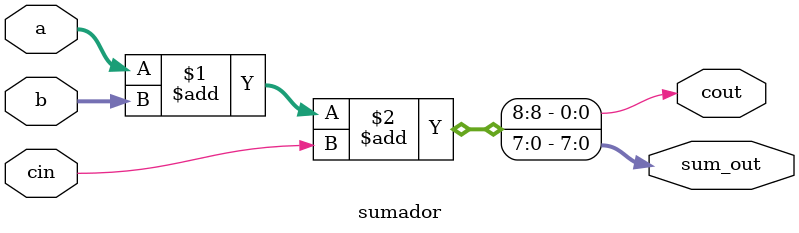
<source format=sv>
module sumador #(parameter N = 8) (input logic [N-1:0] a, b,
										     input logic cin,
										     output logic [N-1:0] sum_out,
										     output logic cout);
										 
assign {cout, sum_out} = a + b + cin;

endmodule


</source>
